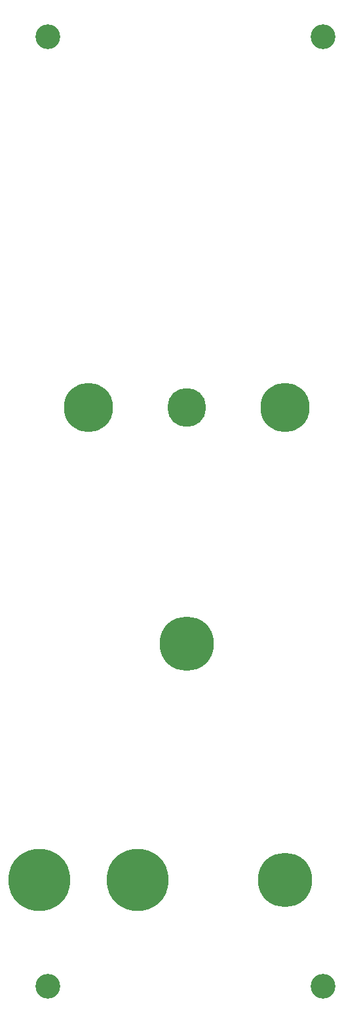
<source format=gbr>
%TF.GenerationSoftware,KiCad,Pcbnew,(6.0.5)*%
%TF.CreationDate,2023-01-21T13:23:26-05:00*%
%TF.ProjectId,valve_distortion,76616c76-655f-4646-9973-746f7274696f,rev?*%
%TF.SameCoordinates,Original*%
%TF.FileFunction,Soldermask,Bot*%
%TF.FilePolarity,Negative*%
%FSLAX46Y46*%
G04 Gerber Fmt 4.6, Leading zero omitted, Abs format (unit mm)*
G04 Created by KiCad (PCBNEW (6.0.5)) date 2023-01-21 13:23:26*
%MOMM*%
%LPD*%
G01*
G04 APERTURE LIST*
%ADD10C,6.350000*%
%ADD11C,8.000000*%
%ADD12C,3.200000*%
%ADD13C,7.000000*%
%ADD14C,5.000000*%
G04 APERTURE END LIST*
D10*
%TO.C,H6*%
X64280000Y-89480000D03*
%TD*%
D11*
%TO.C,H12*%
X70630000Y-150440000D03*
%TD*%
D12*
%TO.C,H3*%
X59080000Y-41680000D03*
%TD*%
D13*
%TO.C,H9*%
X76980000Y-119960000D03*
%TD*%
D14*
%TO.C,H8*%
X76980000Y-89480000D03*
%TD*%
D11*
%TO.C,H11*%
X57930000Y-150440000D03*
%TD*%
D10*
%TO.C,H7*%
X89680000Y-89480000D03*
%TD*%
D12*
%TO.C,H5*%
X94640000Y-164180000D03*
%TD*%
%TO.C,H4*%
X94640000Y-41680000D03*
%TD*%
%TO.C,H2*%
X59080000Y-164180000D03*
%TD*%
D13*
%TO.C,H10*%
X89680000Y-150440000D03*
%TD*%
M02*

</source>
